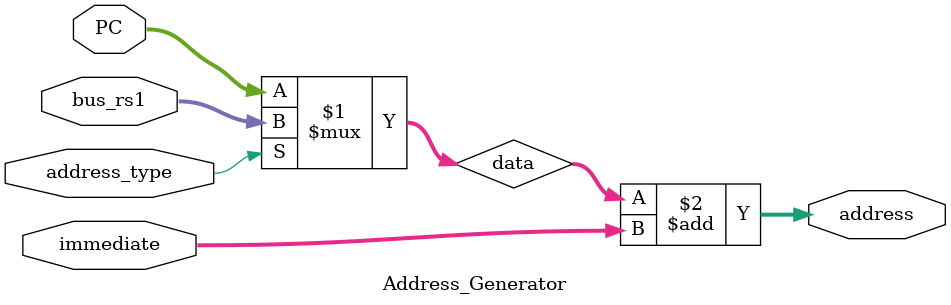
<source format=v>
/*
    Address Generator:
    There are 3 types of addresses generated in this module:
    1. Branch Address
    2. Jump and Link Address
    3. Load/Store Address
    Immediate values are determined in Immediate_Generator module.
    So no determination (Mux) will be needed here.(I-J-B immediate)
*/

module Address_Generator
(
    input  address_type,
    input  [31 : 0] bus_rs1,
    input  [31 : 0] PC,
    input  [31 : 0] immediate,

    output [31 : 0] address
);
    wire [31 : 0] data;

    assign data = address_type ? bus_rs1 : PC;
    assign address = data + immediate;
      
endmodule
</source>
